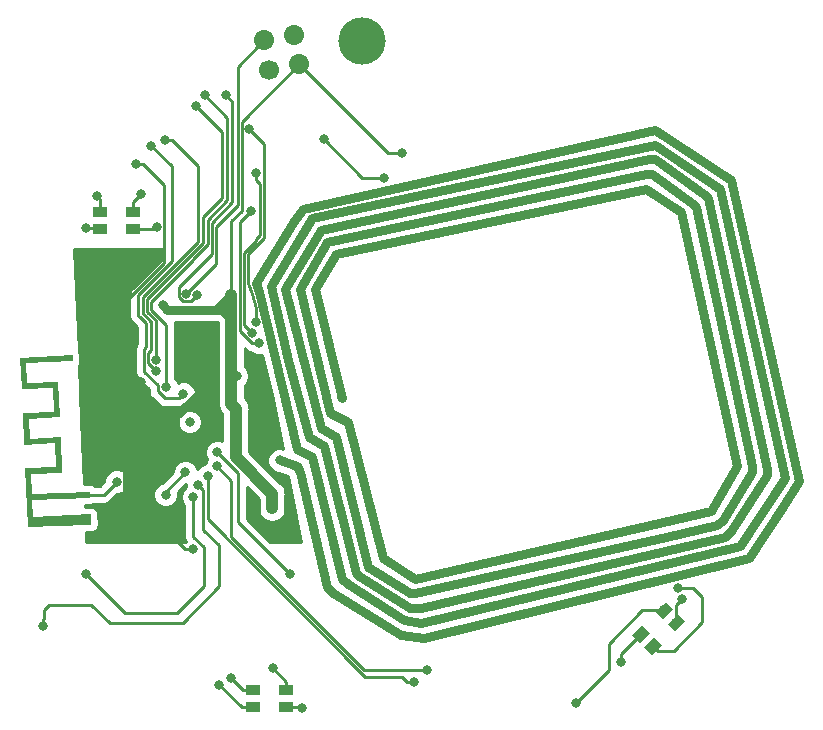
<source format=gbr>
%TF.GenerationSoftware,KiCad,Pcbnew,5.0.2-bee76a0~70~ubuntu18.04.1*%
%TF.CreationDate,2019-02-12T23:17:40+02:00*%
%TF.ProjectId,BLE-NFC-Badge,424c452d-4e46-4432-9d42-616467652e6b,rev?*%
%TF.SameCoordinates,Original*%
%TF.FileFunction,Copper,L1,Top*%
%TF.FilePolarity,Positive*%
%FSLAX46Y46*%
G04 Gerber Fmt 4.6, Leading zero omitted, Abs format (unit mm)*
G04 Created by KiCad (PCBNEW 5.0.2-bee76a0~70~ubuntu18.04.1) date Tue 12 Feb 2019 11:17:40 PM EET*
%MOMM*%
%LPD*%
G01*
G04 APERTURE LIST*
%ADD10C,0.100000*%
%ADD11C,4.000000*%
%ADD12C,0.500000*%
%ADD13R,1.200000X0.900000*%
%ADD14C,0.900000*%
%ADD15C,1.700000*%
%ADD16C,1.700000*%
%ADD17C,0.800000*%
%ADD18C,0.250000*%
%ADD19C,0.750000*%
%ADD20C,1.000000*%
%ADD21C,0.254000*%
G04 APERTURE END LIST*
D10*
G36*
X138585521Y-121061817D02*
X138498283Y-119063720D01*
X135860795Y-119178875D01*
X135743023Y-116481445D01*
X138380510Y-116366290D01*
X138293272Y-114368193D01*
X135655784Y-114483349D01*
X135538012Y-111785918D01*
X139973786Y-111592248D01*
X139995596Y-112091772D01*
X136059346Y-112263633D01*
X136133499Y-113962015D01*
X138770986Y-113846860D01*
X138901844Y-116844004D01*
X136264357Y-116959159D01*
X136338510Y-118657541D01*
X138975997Y-118542386D01*
X139106855Y-121539531D01*
X136469368Y-121654686D01*
X136543521Y-123353068D01*
X141438857Y-123139333D01*
X141460667Y-123638857D01*
X136565331Y-123852592D01*
X136626398Y-125251260D01*
X141521734Y-125037525D01*
X141560991Y-125936668D01*
X141318008Y-125947277D01*
X141304817Y-125645148D01*
X141351952Y-125633239D01*
X141393264Y-125607345D01*
X141424362Y-125568008D01*
X141428366Y-125559914D01*
X141438602Y-125516763D01*
X141435743Y-125468323D01*
X141420870Y-125423414D01*
X141409456Y-125405283D01*
X141372788Y-125373209D01*
X141326749Y-125354641D01*
X141276985Y-125350276D01*
X141229140Y-125360813D01*
X141197682Y-125379097D01*
X141166581Y-125415748D01*
X141148481Y-125461892D01*
X141144077Y-125511716D01*
X141154057Y-125559412D01*
X141172381Y-125591536D01*
X141210640Y-125624838D01*
X141256249Y-125642528D01*
X141304817Y-125645148D01*
X141318008Y-125947277D01*
X136166131Y-126172213D01*
X135948034Y-121176972D01*
X138585521Y-121061817D01*
X138585521Y-121061817D01*
G37*
D11*
X164500000Y-85000000D03*
D12*
X141291601Y-125498001D03*
D10*
G36*
X141560992Y-125936668D02*
X141061468Y-125958478D01*
X141022210Y-125059334D01*
X141521734Y-125037524D01*
X141560992Y-125936668D01*
X141560992Y-125936668D01*
G37*
D12*
X141200000Y-123400000D03*
D10*
G36*
X141460667Y-123638857D02*
X140961143Y-123660667D01*
X140939333Y-123161143D01*
X141438857Y-123139333D01*
X141460667Y-123638857D01*
X141460667Y-123638857D01*
G37*
D13*
X142300000Y-99475000D03*
X145100000Y-100925000D03*
X142300000Y-100925000D03*
X145100000Y-99475000D03*
D14*
X190077297Y-133197398D03*
D10*
G36*
X189971231Y-133939860D02*
X189334835Y-133303464D01*
X190183363Y-132454936D01*
X190819759Y-133091332D01*
X189971231Y-133939860D01*
X189971231Y-133939860D01*
G37*
D14*
X189122703Y-136202602D03*
D10*
G36*
X189016637Y-136945064D02*
X188380241Y-136308668D01*
X189228769Y-135460140D01*
X189865165Y-136096536D01*
X189016637Y-136945064D01*
X189016637Y-136945064D01*
G37*
D14*
X191102602Y-134222703D03*
D10*
G36*
X190996536Y-134965165D02*
X190360140Y-134328769D01*
X191208668Y-133480241D01*
X191845064Y-134116637D01*
X190996536Y-134965165D01*
X190996536Y-134965165D01*
G37*
D14*
X188097398Y-135177297D03*
D10*
G36*
X187991332Y-135919759D02*
X187354936Y-135283363D01*
X188203464Y-134434835D01*
X188839860Y-135071231D01*
X187991332Y-135919759D01*
X187991332Y-135919759D01*
G37*
D13*
X155250000Y-141400000D03*
X158050000Y-139950000D03*
X155250000Y-139950000D03*
X158050000Y-141400000D03*
D15*
X158701412Y-84458934D03*
D16*
X158701412Y-84458934D02*
X158701412Y-84458934D01*
D15*
X159142478Y-86960346D03*
D16*
X159142478Y-86960346D02*
X159142478Y-86960346D01*
D15*
X156200000Y-84900000D03*
D16*
X156200000Y-84900000D02*
X156200000Y-84900000D01*
D15*
X156641066Y-87401412D03*
D17*
X141900000Y-112400000D03*
X145800000Y-113900000D03*
X142100000Y-116800000D03*
X142300000Y-121400000D03*
X166300000Y-96550000D03*
X161250000Y-93300000D03*
X145350000Y-95400000D03*
X150820000Y-110360000D03*
X145900000Y-125600000D03*
X150150000Y-128000000D03*
X155750000Y-120000000D03*
X143700000Y-122300000D03*
X156850000Y-124550000D03*
X153900000Y-113350000D03*
X159400000Y-141450000D03*
X153400000Y-106500000D03*
X147600000Y-107350000D03*
X167850000Y-94500000D03*
X142000000Y-98100000D03*
X186400000Y-137600000D03*
X162750000Y-115250000D03*
X157500000Y-120500000D03*
X150495558Y-106504442D03*
X152984315Y-89600000D03*
X149600000Y-106400000D03*
X147000000Y-112000000D03*
X150450000Y-90500000D03*
X147000000Y-112900003D03*
X147800000Y-93350000D03*
X147900000Y-114300000D03*
X151150000Y-89600000D03*
X149350001Y-114850000D03*
X146600000Y-93850000D03*
X147100000Y-100700000D03*
X141150000Y-100850000D03*
X145750000Y-97950000D03*
X182600000Y-141000000D03*
X191250000Y-131300000D03*
X191600000Y-132200000D03*
X152400000Y-139525000D03*
X156900000Y-138100000D03*
X153350000Y-138900000D03*
X155461601Y-108747271D03*
X154925000Y-92400000D03*
X155200000Y-109700000D03*
X155500000Y-96200000D03*
X155723827Y-110559990D03*
X155050000Y-99400000D03*
X152200000Y-119800000D03*
X158350000Y-130150000D03*
X152200000Y-121000000D03*
X170000000Y-138200010D03*
X151400000Y-121800000D03*
X168850000Y-139250000D03*
X150600000Y-122600000D03*
X137500000Y-134500000D03*
X150200000Y-123600000D03*
X141100000Y-130100000D03*
X149510024Y-121500000D03*
X147850000Y-123400000D03*
X149900000Y-117250000D03*
D18*
X166300000Y-96550000D02*
X164500000Y-96550000D01*
X164500000Y-96550000D02*
X161250000Y-93300000D01*
X141900000Y-111834315D02*
X141900000Y-112400000D01*
X141900000Y-109604982D02*
X141900000Y-111834315D01*
X147725001Y-103779981D02*
X141900000Y-109604982D01*
X147725001Y-97209316D02*
X147725001Y-103779981D01*
X145915685Y-95400000D02*
X147725001Y-97209316D01*
X145350000Y-95400000D02*
X145915685Y-95400000D01*
D19*
X144600000Y-124300000D02*
X145900000Y-125600000D01*
X144600000Y-117200000D02*
X144600000Y-124300000D01*
X145200000Y-116600000D02*
X144600000Y-117200000D01*
X148895003Y-116600000D02*
X145200000Y-116600000D01*
X150820000Y-110360000D02*
X150820000Y-114675003D01*
X150820000Y-114675003D02*
X148895003Y-116600000D01*
D18*
X150150000Y-128000000D02*
X149450000Y-128000000D01*
X149450000Y-128000000D02*
X147850000Y-126400000D01*
X147449999Y-125999999D02*
X147850000Y-126400000D01*
X146299999Y-125999999D02*
X147449999Y-125999999D01*
X145900000Y-125600000D02*
X146299999Y-125999999D01*
X142600000Y-123400000D02*
X141200000Y-123400000D01*
X143700000Y-122300000D02*
X142600000Y-123400000D01*
D20*
X153800000Y-116125000D02*
X153400000Y-115725000D01*
X153800000Y-120200000D02*
X153800000Y-116125000D01*
X153800000Y-120200000D02*
X153800000Y-120250000D01*
X153800000Y-120250000D02*
X156850000Y-123300000D01*
X156850000Y-123300000D02*
X156850000Y-124550000D01*
D18*
X153650000Y-113100000D02*
X153400000Y-113100000D01*
X153900000Y-113350000D02*
X153650000Y-113100000D01*
D20*
X153400000Y-108500000D02*
X153400000Y-113100000D01*
X153400000Y-113100000D02*
X153400000Y-115725000D01*
D18*
X158050000Y-141400000D02*
X159350000Y-141400000D01*
X159350000Y-141400000D02*
X159400000Y-141450000D01*
D20*
X153400000Y-106500000D02*
X153400000Y-108500000D01*
D19*
X153400000Y-106500000D02*
X152150000Y-107750000D01*
X147999999Y-107749999D02*
X147600000Y-107350000D01*
X152150000Y-107750000D02*
X147999999Y-107749999D01*
D18*
X166682132Y-94500000D02*
X159142478Y-86960346D01*
X167850000Y-94500000D02*
X166682132Y-94500000D01*
X142300000Y-99475000D02*
X142300000Y-98400000D01*
X142300000Y-98400000D02*
X142000000Y-98100000D01*
X188097398Y-135177297D02*
X186400000Y-136874695D01*
X186400000Y-136874695D02*
X186400000Y-137600000D01*
D19*
X152650000Y-107750000D02*
X153400000Y-108500000D01*
X152150000Y-107750000D02*
X152650000Y-107750000D01*
D18*
X154300000Y-91802824D02*
X159142478Y-86960346D01*
X154300000Y-99350000D02*
X154300000Y-91802824D01*
X153400000Y-106500000D02*
X153400000Y-100250000D01*
X153400000Y-100250000D02*
X154300000Y-99350000D01*
D19*
X169000000Y-130500000D02*
X194000000Y-124750000D01*
X194000000Y-124750000D02*
X196250000Y-121000000D01*
X196250000Y-121000000D02*
X191500000Y-99500000D01*
X191500000Y-99500000D02*
X188500000Y-97500000D01*
X188500000Y-97500000D02*
X162250000Y-103000000D01*
X162250000Y-103000000D02*
X160500000Y-106000000D01*
X160500000Y-106000000D02*
X162750000Y-115250000D01*
X169000000Y-130500000D02*
X166250000Y-128750000D01*
X166250000Y-128750000D02*
X163250000Y-117250000D01*
X163250000Y-117250000D02*
X161750000Y-116500000D01*
X161750000Y-116500000D02*
X159250000Y-106000000D01*
X159250000Y-106000000D02*
X161500000Y-102000000D01*
X161500000Y-102000000D02*
X188500000Y-96250000D01*
X188500000Y-96250000D02*
X189000000Y-96250000D01*
X189000000Y-96250000D02*
X192500000Y-98750000D01*
X192500000Y-98750000D02*
X192750000Y-99000000D01*
X192750000Y-99000000D02*
X197500000Y-121000000D01*
X197500000Y-121000000D02*
X197500000Y-121500000D01*
X197500000Y-121500000D02*
X195000000Y-125500000D01*
X195000000Y-125500000D02*
X194500000Y-126000000D01*
X194500000Y-126000000D02*
X190250000Y-127000000D01*
X190250000Y-127000000D02*
X169000000Y-131750000D01*
X169000000Y-131750000D02*
X168500000Y-131750000D01*
X168500000Y-131750000D02*
X165000000Y-129500000D01*
X165000000Y-129500000D02*
X162250000Y-118500000D01*
X162250000Y-118500000D02*
X161000000Y-117750000D01*
X161000000Y-117750000D02*
X158000000Y-106000000D01*
X158000000Y-106000000D02*
X161000000Y-101000000D01*
X161000000Y-101000000D02*
X188750000Y-95000000D01*
X188750000Y-95000000D02*
X189250000Y-95000000D01*
X189250000Y-95000000D02*
X193500000Y-98000000D01*
X193500000Y-98000000D02*
X193750000Y-98250000D01*
X193750000Y-98250000D02*
X198750000Y-121250000D01*
X198750000Y-121250000D02*
X198750000Y-121750000D01*
X198750000Y-121750000D02*
X195750000Y-126500000D01*
X195750000Y-126500000D02*
X195250000Y-127000000D01*
X195250000Y-127000000D02*
X173750000Y-132000000D01*
X173750000Y-132000000D02*
X169500000Y-133000000D01*
X169500000Y-133000000D02*
X168500000Y-133000000D01*
X168500000Y-133000000D02*
X164250000Y-130250000D01*
X164250000Y-130250000D02*
X164000000Y-130000000D01*
X164000000Y-130000000D02*
X161250000Y-119250000D01*
X161250000Y-119250000D02*
X160000000Y-118500000D01*
X160000000Y-118500000D02*
X158250000Y-112000000D01*
X158250000Y-112000000D02*
X156750000Y-105750000D01*
X156750000Y-105750000D02*
X160250000Y-100000000D01*
X160250000Y-100000000D02*
X189250000Y-93750000D01*
X189250000Y-93750000D02*
X194750000Y-97500000D01*
X194750000Y-97500000D02*
X200250000Y-122000000D01*
X200250000Y-122000000D02*
X196500000Y-127750000D01*
X196500000Y-127750000D02*
X169500000Y-134250000D01*
X169500000Y-134250000D02*
X168000000Y-134000000D01*
X168000000Y-134000000D02*
X163250000Y-131000000D01*
X163250000Y-131000000D02*
X162750000Y-130500000D01*
X162750000Y-130500000D02*
X160250000Y-120250000D01*
X160250000Y-120250000D02*
X159000000Y-119500000D01*
X159000000Y-119500000D02*
X155750000Y-106250000D01*
X155750000Y-106250000D02*
X155500000Y-105500000D01*
X155500000Y-105500000D02*
X158750000Y-100250000D01*
X158750000Y-100250000D02*
X159500000Y-99250000D01*
X159500000Y-99250000D02*
X189250000Y-92500000D01*
X189250000Y-92500000D02*
X195750000Y-96750000D01*
X195750000Y-96750000D02*
X201500000Y-122250000D01*
X201500000Y-122250000D02*
X200000000Y-124500000D01*
X200000000Y-124500000D02*
X197250000Y-128750000D01*
X197250000Y-128750000D02*
X169750000Y-135500000D01*
X169750000Y-135500000D02*
X167750000Y-135250000D01*
X167750000Y-135250000D02*
X162000000Y-131750000D01*
X162000000Y-131750000D02*
X161500000Y-131250000D01*
X161500000Y-131250000D02*
X159250000Y-121500000D01*
X159250000Y-121500000D02*
X159000000Y-121000000D01*
X159000000Y-121000000D02*
X157500000Y-120500000D01*
D18*
X148974999Y-106700001D02*
X148974999Y-105825001D01*
X150495558Y-106504442D02*
X149974999Y-107025001D01*
X149299999Y-107025001D02*
X148974999Y-106700001D01*
X149974999Y-107025001D02*
X149299999Y-107025001D01*
X148974999Y-105825001D02*
X151750000Y-103050000D01*
X151750000Y-103050000D02*
X151750000Y-100400000D01*
X151750000Y-100400000D02*
X153500000Y-98650000D01*
X153500000Y-90115685D02*
X152984315Y-89600000D01*
X153500000Y-98650000D02*
X153500000Y-90115685D01*
X149600000Y-106400000D02*
X152150000Y-103850000D01*
X152150000Y-103850000D02*
X152150000Y-100700000D01*
X153949990Y-98900010D02*
X153949990Y-87150010D01*
X153949990Y-87150010D02*
X155650000Y-85450000D01*
X152150000Y-100700000D02*
X153949990Y-98900010D01*
X155650000Y-85450000D02*
X156200000Y-84900000D01*
X147000000Y-108650000D02*
X147000000Y-112000000D01*
X146249990Y-107899990D02*
X147000000Y-108650000D01*
X150450000Y-90500000D02*
X152650000Y-92700000D01*
X152650000Y-92700000D02*
X152650000Y-98300000D01*
X152650000Y-98300000D02*
X151049980Y-99900020D01*
X151049980Y-99900020D02*
X151049980Y-102050020D01*
X151049980Y-102050020D02*
X146249990Y-106850010D01*
X146249990Y-106850010D02*
X146249990Y-107899990D01*
X146374999Y-112275002D02*
X147000000Y-112900003D01*
X146374999Y-111375001D02*
X146374999Y-112275002D01*
X148365685Y-93350000D02*
X150600000Y-95584315D01*
X147800000Y-93350000D02*
X148365685Y-93350000D01*
X150600000Y-95584315D02*
X150600000Y-102000000D01*
X150600000Y-102000000D02*
X145899980Y-106700020D01*
X145899980Y-106700020D02*
X145899980Y-108049980D01*
X146600000Y-111150000D02*
X146374999Y-111375001D01*
X146600000Y-108750000D02*
X146600000Y-111150000D01*
X145899980Y-108049980D02*
X146600000Y-108750000D01*
X147900000Y-114300000D02*
X147900000Y-109000000D01*
X147900000Y-109000000D02*
X146650000Y-107750000D01*
X146650000Y-107750000D02*
X146600000Y-107700000D01*
X146600000Y-107700000D02*
X146600000Y-107100000D01*
X146600000Y-107100000D02*
X150150000Y-103550000D01*
X151399990Y-102194998D02*
X151399990Y-100100010D01*
X150150000Y-103550000D02*
X150150000Y-103444988D01*
X150150000Y-103444988D02*
X151399990Y-102194998D01*
X151399990Y-100100010D02*
X153050000Y-98450000D01*
X153050000Y-91500000D02*
X151150000Y-89600000D01*
X153050000Y-92650000D02*
X153050000Y-91500000D01*
X153050000Y-98450000D02*
X153050000Y-92650000D01*
X148950002Y-115249999D02*
X148099999Y-115249999D01*
X149350001Y-114850000D02*
X148950002Y-115249999D01*
X147799999Y-115249999D02*
X147200000Y-114650000D01*
X148099999Y-115249999D02*
X147799999Y-115249999D01*
X147200000Y-114650000D02*
X147200000Y-114150000D01*
X146024989Y-112974989D02*
X146024989Y-111025011D01*
X147200000Y-114150000D02*
X146024989Y-112974989D01*
X146024989Y-111025011D02*
X146150000Y-110900000D01*
X146150000Y-110900000D02*
X146150000Y-108850000D01*
X146150000Y-108850000D02*
X145650000Y-108350000D01*
X145650000Y-108350000D02*
X145549970Y-108249970D01*
X148350000Y-103649970D02*
X145549970Y-106450000D01*
X148350000Y-95600000D02*
X148350000Y-103649970D01*
X146600000Y-93850000D02*
X148350000Y-95600000D01*
X145549970Y-108249970D02*
X145549970Y-106450000D01*
X145100000Y-100925000D02*
X146875000Y-100925000D01*
X146875000Y-100925000D02*
X147100000Y-100700000D01*
X142225000Y-100850000D02*
X142300000Y-100925000D01*
X141150000Y-100850000D02*
X142225000Y-100850000D01*
X145100000Y-99475000D02*
X145100000Y-98600000D01*
X145100000Y-98600000D02*
X145750000Y-97950000D01*
X189340901Y-133197398D02*
X189338299Y-133200000D01*
X190077297Y-133197398D02*
X189340901Y-133197398D01*
X189338299Y-133200000D02*
X188200000Y-133200000D01*
X188200000Y-133200000D02*
X185400000Y-136000000D01*
X185400000Y-136000000D02*
X185400000Y-137800000D01*
X185400000Y-137800000D02*
X185400000Y-138200000D01*
X185400000Y-138200000D02*
X182600000Y-141000000D01*
X189511611Y-136591510D02*
X190858490Y-136591510D01*
X189122703Y-136202602D02*
X189511611Y-136591510D01*
X190858490Y-136591510D02*
X193300000Y-134150000D01*
X193300000Y-134150000D02*
X193300000Y-132100000D01*
X193300000Y-132100000D02*
X192500000Y-131300000D01*
X192500000Y-131300000D02*
X191250000Y-131300000D01*
X191102602Y-134222703D02*
X191102602Y-132697398D01*
X191102602Y-132697398D02*
X191600000Y-132200000D01*
X154275000Y-141400000D02*
X152400000Y-139525000D01*
X155250000Y-141400000D02*
X154275000Y-141400000D01*
X158050000Y-139950000D02*
X158050000Y-139250000D01*
X158050000Y-139250000D02*
X156900000Y-138100000D01*
X155250000Y-139950000D02*
X154400000Y-139950000D01*
X154400000Y-139950000D02*
X153350000Y-138900000D01*
X156200000Y-95884315D02*
X156200000Y-101700000D01*
X155461601Y-107592923D02*
X155461601Y-108181586D01*
X155173074Y-106416617D02*
X155461601Y-107592923D01*
X154852189Y-105453961D02*
X155173074Y-106416617D01*
X154852189Y-103047811D02*
X154852189Y-105453961D01*
X155461601Y-108181586D02*
X155461601Y-108747271D01*
X156200000Y-101700000D02*
X154852189Y-103047811D01*
X156200000Y-95884315D02*
X156200000Y-93675000D01*
X156200000Y-93675000D02*
X154925000Y-92400000D01*
X154502179Y-102902833D02*
X155500000Y-101905012D01*
X155200000Y-109700000D02*
X154502179Y-109002179D01*
X154502179Y-109002179D02*
X154502179Y-102902833D01*
X155500000Y-96765685D02*
X155800000Y-97065685D01*
X155500000Y-96200000D02*
X155500000Y-96765685D01*
X155800000Y-101450000D02*
X155500000Y-101750000D01*
X155800000Y-97065685D02*
X155800000Y-101450000D01*
X155500000Y-101905012D02*
X155500000Y-101750000D01*
X154152169Y-109554017D02*
X154152169Y-100297831D01*
X154152169Y-100297831D02*
X154850000Y-99600000D01*
X155723827Y-110559990D02*
X155158142Y-110559990D01*
X155158142Y-110559990D02*
X154152169Y-109554017D01*
X154850000Y-99600000D02*
X155050000Y-99400000D01*
X153950000Y-121550000D02*
X152200000Y-119800000D01*
X153950000Y-125750000D02*
X153950000Y-125450000D01*
X158350000Y-130150000D02*
X153950000Y-125750000D01*
X153950000Y-125450000D02*
X153950000Y-121550000D01*
X152200000Y-121000000D02*
X153400000Y-122200000D01*
X153400000Y-126994988D02*
X164605022Y-138200010D01*
X153400000Y-122200000D02*
X153400000Y-126994988D01*
X164605022Y-138200010D02*
X170000000Y-138200010D01*
X151400000Y-121800000D02*
X151400000Y-125489976D01*
X167834315Y-138800000D02*
X164710024Y-138800000D01*
X168284315Y-139250000D02*
X167834315Y-138800000D01*
X168850000Y-139250000D02*
X168284315Y-139250000D01*
X151400000Y-125489976D02*
X164710024Y-138800000D01*
X137500000Y-133934315D02*
X137550000Y-133884315D01*
X137500000Y-134500000D02*
X137500000Y-133934315D01*
X137550000Y-133884315D02*
X137550000Y-133150000D01*
X137550000Y-133150000D02*
X138000000Y-132700000D01*
X138000000Y-132700000D02*
X141550000Y-132700000D01*
X141550000Y-132700000D02*
X143100000Y-134250000D01*
X143100000Y-134250000D02*
X149300000Y-134250000D01*
X149300000Y-134250000D02*
X152400000Y-131150000D01*
X152400000Y-131150000D02*
X152400000Y-127700000D01*
X150999999Y-122999999D02*
X150600000Y-122600000D01*
X151049990Y-123049990D02*
X150999999Y-122999999D01*
X151049990Y-126349990D02*
X151049990Y-123049990D01*
X152400000Y-127700000D02*
X151049990Y-126349990D01*
X150200000Y-123600000D02*
X150200000Y-126950000D01*
X150200000Y-126950000D02*
X151100000Y-127850000D01*
X151100000Y-127850000D02*
X151100000Y-131100000D01*
X151100000Y-131100000D02*
X148800000Y-133400000D01*
X148800000Y-133400000D02*
X144400000Y-133400000D01*
X144400000Y-133400000D02*
X141100000Y-130100000D01*
X149510024Y-121500000D02*
X147850000Y-123160024D01*
X147850000Y-123160024D02*
X147850000Y-123400000D01*
D21*
G36*
X154567813Y-111044463D02*
X154610213Y-111107919D01*
X154673669Y-111150319D01*
X154861604Y-111275894D01*
X154909747Y-111285470D01*
X155004430Y-111304304D01*
X155137547Y-111437421D01*
X155517953Y-111594990D01*
X155929701Y-111594990D01*
X156012667Y-111560624D01*
X156933191Y-115313528D01*
X157768689Y-119491019D01*
X157705874Y-119465000D01*
X157294126Y-119465000D01*
X156913720Y-119622569D01*
X156622569Y-119913720D01*
X156465000Y-120294126D01*
X156465000Y-120705874D01*
X156622569Y-121086280D01*
X156913720Y-121377431D01*
X157294126Y-121535000D01*
X157411100Y-121535000D01*
X158232227Y-121808709D01*
X159345085Y-127373000D01*
X156647801Y-127373000D01*
X154710000Y-125435199D01*
X154710000Y-122765132D01*
X155715000Y-123770132D01*
X155715000Y-124661783D01*
X155780854Y-124992855D01*
X156031712Y-125368289D01*
X156407146Y-125619146D01*
X156850000Y-125707235D01*
X157292855Y-125619146D01*
X157668289Y-125368289D01*
X157919146Y-124992855D01*
X157985000Y-124661783D01*
X157985000Y-123411781D01*
X158007235Y-123299999D01*
X157984615Y-123186280D01*
X157919146Y-122857145D01*
X157668289Y-122481711D01*
X157573521Y-122418390D01*
X154935000Y-119779869D01*
X154935000Y-116236781D01*
X154957235Y-116124999D01*
X154934360Y-116009999D01*
X154869146Y-115682145D01*
X154618289Y-115306711D01*
X154535000Y-115251059D01*
X154535000Y-114178711D01*
X154777431Y-113936280D01*
X154935000Y-113555874D01*
X154935000Y-113144126D01*
X154777431Y-112763720D01*
X154535000Y-112521289D01*
X154535000Y-111011650D01*
X154567813Y-111044463D01*
X154567813Y-111044463D01*
G37*
X154567813Y-111044463D02*
X154610213Y-111107919D01*
X154673669Y-111150319D01*
X154861604Y-111275894D01*
X154909747Y-111285470D01*
X155004430Y-111304304D01*
X155137547Y-111437421D01*
X155517953Y-111594990D01*
X155929701Y-111594990D01*
X156012667Y-111560624D01*
X156933191Y-115313528D01*
X157768689Y-119491019D01*
X157705874Y-119465000D01*
X157294126Y-119465000D01*
X156913720Y-119622569D01*
X156622569Y-119913720D01*
X156465000Y-120294126D01*
X156465000Y-120705874D01*
X156622569Y-121086280D01*
X156913720Y-121377431D01*
X157294126Y-121535000D01*
X157411100Y-121535000D01*
X158232227Y-121808709D01*
X159345085Y-127373000D01*
X156647801Y-127373000D01*
X154710000Y-125435199D01*
X154710000Y-122765132D01*
X155715000Y-123770132D01*
X155715000Y-124661783D01*
X155780854Y-124992855D01*
X156031712Y-125368289D01*
X156407146Y-125619146D01*
X156850000Y-125707235D01*
X157292855Y-125619146D01*
X157668289Y-125368289D01*
X157919146Y-124992855D01*
X157985000Y-124661783D01*
X157985000Y-123411781D01*
X158007235Y-123299999D01*
X157984615Y-123186280D01*
X157919146Y-122857145D01*
X157668289Y-122481711D01*
X157573521Y-122418390D01*
X154935000Y-119779869D01*
X154935000Y-116236781D01*
X154957235Y-116124999D01*
X154934360Y-116009999D01*
X154869146Y-115682145D01*
X154618289Y-115306711D01*
X154535000Y-115251059D01*
X154535000Y-114178711D01*
X154777431Y-113936280D01*
X154935000Y-113555874D01*
X154935000Y-113144126D01*
X154777431Y-112763720D01*
X154535000Y-112521289D01*
X154535000Y-111011650D01*
X154567813Y-111044463D01*
G36*
X147590001Y-103335166D02*
X145065498Y-105859671D01*
X145002042Y-105902071D01*
X144959642Y-105965527D01*
X144959641Y-105965528D01*
X144834067Y-106153463D01*
X144775082Y-106450000D01*
X144789971Y-106524852D01*
X144789970Y-108175123D01*
X144775082Y-108249970D01*
X144789970Y-108324817D01*
X144789970Y-108324821D01*
X144834066Y-108546506D01*
X145002041Y-108797899D01*
X145065500Y-108840301D01*
X145390001Y-109164802D01*
X145390000Y-110607377D01*
X145309086Y-110728474D01*
X145250101Y-111025011D01*
X145264990Y-111099863D01*
X145264989Y-112900142D01*
X145250101Y-112974989D01*
X145264989Y-113049836D01*
X145264989Y-113049840D01*
X145309085Y-113271525D01*
X145477060Y-113522918D01*
X145540519Y-113565320D01*
X146440000Y-114464803D01*
X146440000Y-114575153D01*
X146425112Y-114650000D01*
X146440000Y-114724847D01*
X146440000Y-114724851D01*
X146484096Y-114946536D01*
X146652071Y-115197929D01*
X146715530Y-115240331D01*
X147209670Y-115734472D01*
X147252070Y-115797928D01*
X147315526Y-115840328D01*
X147503461Y-115965903D01*
X147551604Y-115975479D01*
X147725147Y-116009999D01*
X147725151Y-116009999D01*
X147799999Y-116024887D01*
X147874847Y-116009999D01*
X148875155Y-116009999D01*
X148950002Y-116024887D01*
X149024849Y-116009999D01*
X149024854Y-116009999D01*
X149246539Y-115965903D01*
X149367619Y-115885000D01*
X149555875Y-115885000D01*
X149936281Y-115727431D01*
X150227432Y-115436280D01*
X150385001Y-115055874D01*
X150385001Y-114644126D01*
X150227432Y-114263720D01*
X149936281Y-113972569D01*
X149555875Y-113815000D01*
X149144127Y-113815000D01*
X148866940Y-113929814D01*
X148777431Y-113713720D01*
X148660000Y-113596289D01*
X148660000Y-109074847D01*
X148674888Y-109000000D01*
X148660000Y-108925153D01*
X148660000Y-108925148D01*
X148627150Y-108759998D01*
X152050524Y-108760000D01*
X152050529Y-108760000D01*
X152150000Y-108779786D01*
X152234602Y-108762957D01*
X152265000Y-108793355D01*
X152265001Y-112988213D01*
X152265000Y-112988218D01*
X152265001Y-115613212D01*
X152242765Y-115725000D01*
X152330854Y-116167854D01*
X152330855Y-116167855D01*
X152581712Y-116543289D01*
X152665001Y-116598941D01*
X152665000Y-118872333D01*
X152405874Y-118765000D01*
X151994126Y-118765000D01*
X151613720Y-118922569D01*
X151322569Y-119213720D01*
X151165000Y-119594126D01*
X151165000Y-120005874D01*
X151322569Y-120386280D01*
X151336289Y-120400000D01*
X151322569Y-120413720D01*
X151173531Y-120773531D01*
X150813720Y-120922569D01*
X150522569Y-121213720D01*
X150517144Y-121226817D01*
X150387455Y-120913720D01*
X150096304Y-120622569D01*
X149715898Y-120465000D01*
X149304150Y-120465000D01*
X148923744Y-120622569D01*
X148632593Y-120913720D01*
X148475024Y-121294126D01*
X148475024Y-121460198D01*
X147517965Y-122417257D01*
X147263720Y-122522569D01*
X146972569Y-122813720D01*
X146815000Y-123194126D01*
X146815000Y-123605874D01*
X146972569Y-123986280D01*
X147263720Y-124277431D01*
X147644126Y-124435000D01*
X148055874Y-124435000D01*
X148436280Y-124277431D01*
X148727431Y-123986280D01*
X148885000Y-123605874D01*
X148885000Y-123199826D01*
X149549826Y-122535000D01*
X149565000Y-122535000D01*
X149565000Y-122771289D01*
X149322569Y-123013720D01*
X149165000Y-123394126D01*
X149165000Y-123805874D01*
X149322569Y-124186280D01*
X149440000Y-124303711D01*
X149440001Y-126875148D01*
X149425112Y-126950000D01*
X149440001Y-127024852D01*
X149477929Y-127215526D01*
X149484097Y-127246537D01*
X149568597Y-127373000D01*
X141122022Y-127373000D01*
X141090814Y-126592802D01*
X141345706Y-126581673D01*
X141345707Y-126581673D01*
X141588689Y-126571064D01*
X141829353Y-126512174D01*
X142029162Y-126365669D01*
X142157696Y-126153851D01*
X142195387Y-125908970D01*
X142156130Y-125009827D01*
X142151152Y-124989482D01*
X142097240Y-124769162D01*
X141950734Y-124569354D01*
X141738917Y-124440820D01*
X141494036Y-124403129D01*
X141004083Y-124424521D01*
X140999384Y-124307054D01*
X141488908Y-124285681D01*
X141734287Y-124225637D01*
X141823805Y-124160000D01*
X142525153Y-124160000D01*
X142600000Y-124174888D01*
X142674847Y-124160000D01*
X142674852Y-124160000D01*
X142896537Y-124115904D01*
X143147929Y-123947929D01*
X143190331Y-123884470D01*
X143739802Y-123335000D01*
X143905874Y-123335000D01*
X144286280Y-123177431D01*
X144577431Y-122886280D01*
X144735000Y-122505874D01*
X144735000Y-122094126D01*
X144577431Y-121713720D01*
X144286280Y-121422569D01*
X143905874Y-121265000D01*
X143494126Y-121265000D01*
X143113720Y-121422569D01*
X142822569Y-121713720D01*
X142665000Y-122094126D01*
X142665000Y-122260198D01*
X142285199Y-122640000D01*
X141840023Y-122640000D01*
X141660294Y-122530938D01*
X141410616Y-122492509D01*
X140927646Y-122513596D01*
X140708868Y-117044126D01*
X148865000Y-117044126D01*
X148865000Y-117455874D01*
X149022569Y-117836280D01*
X149313720Y-118127431D01*
X149694126Y-118285000D01*
X150105874Y-118285000D01*
X150486280Y-118127431D01*
X150777431Y-117836280D01*
X150935000Y-117455874D01*
X150935000Y-117044126D01*
X150777431Y-116663720D01*
X150486280Y-116372569D01*
X150105874Y-116215000D01*
X149694126Y-116215000D01*
X149313720Y-116372569D01*
X149022569Y-116663720D01*
X148865000Y-117044126D01*
X140708868Y-117044126D01*
X140523965Y-112421570D01*
X140592301Y-112308955D01*
X140614224Y-112166517D01*
X140629992Y-112064074D01*
X140629992Y-112064073D01*
X140608182Y-111564549D01*
X140549292Y-111323885D01*
X140476063Y-111224013D01*
X140132182Y-102627000D01*
X147590001Y-102627000D01*
X147590001Y-103335166D01*
X147590001Y-103335166D01*
G37*
X147590001Y-103335166D02*
X145065498Y-105859671D01*
X145002042Y-105902071D01*
X144959642Y-105965527D01*
X144959641Y-105965528D01*
X144834067Y-106153463D01*
X144775082Y-106450000D01*
X144789971Y-106524852D01*
X144789970Y-108175123D01*
X144775082Y-108249970D01*
X144789970Y-108324817D01*
X144789970Y-108324821D01*
X144834066Y-108546506D01*
X145002041Y-108797899D01*
X145065500Y-108840301D01*
X145390001Y-109164802D01*
X145390000Y-110607377D01*
X145309086Y-110728474D01*
X145250101Y-111025011D01*
X145264990Y-111099863D01*
X145264989Y-112900142D01*
X145250101Y-112974989D01*
X145264989Y-113049836D01*
X145264989Y-113049840D01*
X145309085Y-113271525D01*
X145477060Y-113522918D01*
X145540519Y-113565320D01*
X146440000Y-114464803D01*
X146440000Y-114575153D01*
X146425112Y-114650000D01*
X146440000Y-114724847D01*
X146440000Y-114724851D01*
X146484096Y-114946536D01*
X146652071Y-115197929D01*
X146715530Y-115240331D01*
X147209670Y-115734472D01*
X147252070Y-115797928D01*
X147315526Y-115840328D01*
X147503461Y-115965903D01*
X147551604Y-115975479D01*
X147725147Y-116009999D01*
X147725151Y-116009999D01*
X147799999Y-116024887D01*
X147874847Y-116009999D01*
X148875155Y-116009999D01*
X148950002Y-116024887D01*
X149024849Y-116009999D01*
X149024854Y-116009999D01*
X149246539Y-115965903D01*
X149367619Y-115885000D01*
X149555875Y-115885000D01*
X149936281Y-115727431D01*
X150227432Y-115436280D01*
X150385001Y-115055874D01*
X150385001Y-114644126D01*
X150227432Y-114263720D01*
X149936281Y-113972569D01*
X149555875Y-113815000D01*
X149144127Y-113815000D01*
X148866940Y-113929814D01*
X148777431Y-113713720D01*
X148660000Y-113596289D01*
X148660000Y-109074847D01*
X148674888Y-109000000D01*
X148660000Y-108925153D01*
X148660000Y-108925148D01*
X148627150Y-108759998D01*
X152050524Y-108760000D01*
X152050529Y-108760000D01*
X152150000Y-108779786D01*
X152234602Y-108762957D01*
X152265000Y-108793355D01*
X152265001Y-112988213D01*
X152265000Y-112988218D01*
X152265001Y-115613212D01*
X152242765Y-115725000D01*
X152330854Y-116167854D01*
X152330855Y-116167855D01*
X152581712Y-116543289D01*
X152665001Y-116598941D01*
X152665000Y-118872333D01*
X152405874Y-118765000D01*
X151994126Y-118765000D01*
X151613720Y-118922569D01*
X151322569Y-119213720D01*
X151165000Y-119594126D01*
X151165000Y-120005874D01*
X151322569Y-120386280D01*
X151336289Y-120400000D01*
X151322569Y-120413720D01*
X151173531Y-120773531D01*
X150813720Y-120922569D01*
X150522569Y-121213720D01*
X150517144Y-121226817D01*
X150387455Y-120913720D01*
X150096304Y-120622569D01*
X149715898Y-120465000D01*
X149304150Y-120465000D01*
X148923744Y-120622569D01*
X148632593Y-120913720D01*
X148475024Y-121294126D01*
X148475024Y-121460198D01*
X147517965Y-122417257D01*
X147263720Y-122522569D01*
X146972569Y-122813720D01*
X146815000Y-123194126D01*
X146815000Y-123605874D01*
X146972569Y-123986280D01*
X147263720Y-124277431D01*
X147644126Y-124435000D01*
X148055874Y-124435000D01*
X148436280Y-124277431D01*
X148727431Y-123986280D01*
X148885000Y-123605874D01*
X148885000Y-123199826D01*
X149549826Y-122535000D01*
X149565000Y-122535000D01*
X149565000Y-122771289D01*
X149322569Y-123013720D01*
X149165000Y-123394126D01*
X149165000Y-123805874D01*
X149322569Y-124186280D01*
X149440000Y-124303711D01*
X149440001Y-126875148D01*
X149425112Y-126950000D01*
X149440001Y-127024852D01*
X149477929Y-127215526D01*
X149484097Y-127246537D01*
X149568597Y-127373000D01*
X141122022Y-127373000D01*
X141090814Y-126592802D01*
X141345706Y-126581673D01*
X141345707Y-126581673D01*
X141588689Y-126571064D01*
X141829353Y-126512174D01*
X142029162Y-126365669D01*
X142157696Y-126153851D01*
X142195387Y-125908970D01*
X142156130Y-125009827D01*
X142151152Y-124989482D01*
X142097240Y-124769162D01*
X141950734Y-124569354D01*
X141738917Y-124440820D01*
X141494036Y-124403129D01*
X141004083Y-124424521D01*
X140999384Y-124307054D01*
X141488908Y-124285681D01*
X141734287Y-124225637D01*
X141823805Y-124160000D01*
X142525153Y-124160000D01*
X142600000Y-124174888D01*
X142674847Y-124160000D01*
X142674852Y-124160000D01*
X142896537Y-124115904D01*
X143147929Y-123947929D01*
X143190331Y-123884470D01*
X143739802Y-123335000D01*
X143905874Y-123335000D01*
X144286280Y-123177431D01*
X144577431Y-122886280D01*
X144735000Y-122505874D01*
X144735000Y-122094126D01*
X144577431Y-121713720D01*
X144286280Y-121422569D01*
X143905874Y-121265000D01*
X143494126Y-121265000D01*
X143113720Y-121422569D01*
X142822569Y-121713720D01*
X142665000Y-122094126D01*
X142665000Y-122260198D01*
X142285199Y-122640000D01*
X141840023Y-122640000D01*
X141660294Y-122530938D01*
X141410616Y-122492509D01*
X140927646Y-122513596D01*
X140708868Y-117044126D01*
X148865000Y-117044126D01*
X148865000Y-117455874D01*
X149022569Y-117836280D01*
X149313720Y-118127431D01*
X149694126Y-118285000D01*
X150105874Y-118285000D01*
X150486280Y-118127431D01*
X150777431Y-117836280D01*
X150935000Y-117455874D01*
X150935000Y-117044126D01*
X150777431Y-116663720D01*
X150486280Y-116372569D01*
X150105874Y-116215000D01*
X149694126Y-116215000D01*
X149313720Y-116372569D01*
X149022569Y-116663720D01*
X148865000Y-117044126D01*
X140708868Y-117044126D01*
X140523965Y-112421570D01*
X140592301Y-112308955D01*
X140614224Y-112166517D01*
X140629992Y-112064074D01*
X140629992Y-112064073D01*
X140608182Y-111564549D01*
X140549292Y-111323885D01*
X140476063Y-111224013D01*
X140132182Y-102627000D01*
X147590001Y-102627000D01*
X147590001Y-103335166D01*
M02*

</source>
